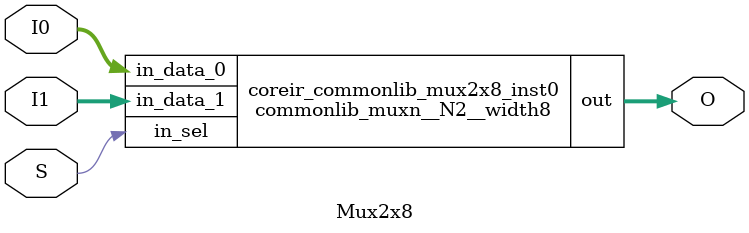
<source format=v>
module commonlib_muxn__N2__width8 (input [7:0] in_data_0, input [7:0] in_data_1, input [0:0] in_sel, output [7:0] out);
assign out = in_sel[0] ? in_data_1 : in_data_0;
endmodule

module Mux2x8 (input [7:0] I0, input [7:0] I1, output [7:0] O, input S);
commonlib_muxn__N2__width8 coreir_commonlib_mux2x8_inst0(.in_data_0(I0), .in_data_1(I1), .in_sel(S), .out(O));
endmodule


</source>
